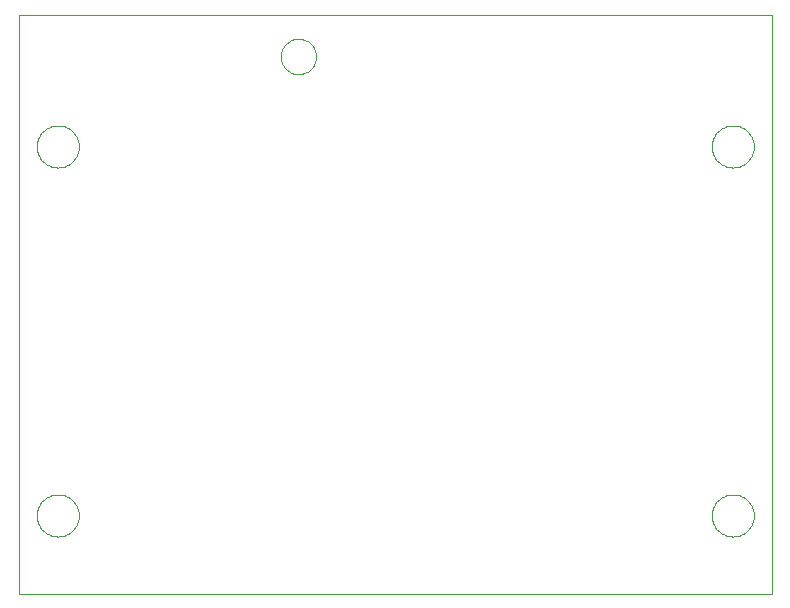
<source format=gbo>
G75*
%MOIN*%
%OFA0B0*%
%FSLAX24Y24*%
%IPPOS*%
%LPD*%
%AMOC8*
5,1,8,0,0,1.08239X$1,22.5*
%
%ADD10C,0.0000*%
%ADD11C,0.0010*%
D10*
X059060Y017893D02*
X059060Y037193D01*
X084160Y037193D01*
X084160Y017893D01*
X059060Y017893D01*
X059660Y020493D02*
X059662Y020545D01*
X059668Y020597D01*
X059678Y020649D01*
X059691Y020699D01*
X059708Y020749D01*
X059729Y020797D01*
X059754Y020843D01*
X059782Y020887D01*
X059813Y020929D01*
X059847Y020969D01*
X059884Y021006D01*
X059924Y021040D01*
X059966Y021071D01*
X060010Y021099D01*
X060056Y021124D01*
X060104Y021145D01*
X060154Y021162D01*
X060204Y021175D01*
X060256Y021185D01*
X060308Y021191D01*
X060360Y021193D01*
X060412Y021191D01*
X060464Y021185D01*
X060516Y021175D01*
X060566Y021162D01*
X060616Y021145D01*
X060664Y021124D01*
X060710Y021099D01*
X060754Y021071D01*
X060796Y021040D01*
X060836Y021006D01*
X060873Y020969D01*
X060907Y020929D01*
X060938Y020887D01*
X060966Y020843D01*
X060991Y020797D01*
X061012Y020749D01*
X061029Y020699D01*
X061042Y020649D01*
X061052Y020597D01*
X061058Y020545D01*
X061060Y020493D01*
X061058Y020441D01*
X061052Y020389D01*
X061042Y020337D01*
X061029Y020287D01*
X061012Y020237D01*
X060991Y020189D01*
X060966Y020143D01*
X060938Y020099D01*
X060907Y020057D01*
X060873Y020017D01*
X060836Y019980D01*
X060796Y019946D01*
X060754Y019915D01*
X060710Y019887D01*
X060664Y019862D01*
X060616Y019841D01*
X060566Y019824D01*
X060516Y019811D01*
X060464Y019801D01*
X060412Y019795D01*
X060360Y019793D01*
X060308Y019795D01*
X060256Y019801D01*
X060204Y019811D01*
X060154Y019824D01*
X060104Y019841D01*
X060056Y019862D01*
X060010Y019887D01*
X059966Y019915D01*
X059924Y019946D01*
X059884Y019980D01*
X059847Y020017D01*
X059813Y020057D01*
X059782Y020099D01*
X059754Y020143D01*
X059729Y020189D01*
X059708Y020237D01*
X059691Y020287D01*
X059678Y020337D01*
X059668Y020389D01*
X059662Y020441D01*
X059660Y020493D01*
X082160Y020493D02*
X082162Y020545D01*
X082168Y020597D01*
X082178Y020649D01*
X082191Y020699D01*
X082208Y020749D01*
X082229Y020797D01*
X082254Y020843D01*
X082282Y020887D01*
X082313Y020929D01*
X082347Y020969D01*
X082384Y021006D01*
X082424Y021040D01*
X082466Y021071D01*
X082510Y021099D01*
X082556Y021124D01*
X082604Y021145D01*
X082654Y021162D01*
X082704Y021175D01*
X082756Y021185D01*
X082808Y021191D01*
X082860Y021193D01*
X082912Y021191D01*
X082964Y021185D01*
X083016Y021175D01*
X083066Y021162D01*
X083116Y021145D01*
X083164Y021124D01*
X083210Y021099D01*
X083254Y021071D01*
X083296Y021040D01*
X083336Y021006D01*
X083373Y020969D01*
X083407Y020929D01*
X083438Y020887D01*
X083466Y020843D01*
X083491Y020797D01*
X083512Y020749D01*
X083529Y020699D01*
X083542Y020649D01*
X083552Y020597D01*
X083558Y020545D01*
X083560Y020493D01*
X083558Y020441D01*
X083552Y020389D01*
X083542Y020337D01*
X083529Y020287D01*
X083512Y020237D01*
X083491Y020189D01*
X083466Y020143D01*
X083438Y020099D01*
X083407Y020057D01*
X083373Y020017D01*
X083336Y019980D01*
X083296Y019946D01*
X083254Y019915D01*
X083210Y019887D01*
X083164Y019862D01*
X083116Y019841D01*
X083066Y019824D01*
X083016Y019811D01*
X082964Y019801D01*
X082912Y019795D01*
X082860Y019793D01*
X082808Y019795D01*
X082756Y019801D01*
X082704Y019811D01*
X082654Y019824D01*
X082604Y019841D01*
X082556Y019862D01*
X082510Y019887D01*
X082466Y019915D01*
X082424Y019946D01*
X082384Y019980D01*
X082347Y020017D01*
X082313Y020057D01*
X082282Y020099D01*
X082254Y020143D01*
X082229Y020189D01*
X082208Y020237D01*
X082191Y020287D01*
X082178Y020337D01*
X082168Y020389D01*
X082162Y020441D01*
X082160Y020493D01*
X082160Y032793D02*
X082162Y032845D01*
X082168Y032897D01*
X082178Y032949D01*
X082191Y032999D01*
X082208Y033049D01*
X082229Y033097D01*
X082254Y033143D01*
X082282Y033187D01*
X082313Y033229D01*
X082347Y033269D01*
X082384Y033306D01*
X082424Y033340D01*
X082466Y033371D01*
X082510Y033399D01*
X082556Y033424D01*
X082604Y033445D01*
X082654Y033462D01*
X082704Y033475D01*
X082756Y033485D01*
X082808Y033491D01*
X082860Y033493D01*
X082912Y033491D01*
X082964Y033485D01*
X083016Y033475D01*
X083066Y033462D01*
X083116Y033445D01*
X083164Y033424D01*
X083210Y033399D01*
X083254Y033371D01*
X083296Y033340D01*
X083336Y033306D01*
X083373Y033269D01*
X083407Y033229D01*
X083438Y033187D01*
X083466Y033143D01*
X083491Y033097D01*
X083512Y033049D01*
X083529Y032999D01*
X083542Y032949D01*
X083552Y032897D01*
X083558Y032845D01*
X083560Y032793D01*
X083558Y032741D01*
X083552Y032689D01*
X083542Y032637D01*
X083529Y032587D01*
X083512Y032537D01*
X083491Y032489D01*
X083466Y032443D01*
X083438Y032399D01*
X083407Y032357D01*
X083373Y032317D01*
X083336Y032280D01*
X083296Y032246D01*
X083254Y032215D01*
X083210Y032187D01*
X083164Y032162D01*
X083116Y032141D01*
X083066Y032124D01*
X083016Y032111D01*
X082964Y032101D01*
X082912Y032095D01*
X082860Y032093D01*
X082808Y032095D01*
X082756Y032101D01*
X082704Y032111D01*
X082654Y032124D01*
X082604Y032141D01*
X082556Y032162D01*
X082510Y032187D01*
X082466Y032215D01*
X082424Y032246D01*
X082384Y032280D01*
X082347Y032317D01*
X082313Y032357D01*
X082282Y032399D01*
X082254Y032443D01*
X082229Y032489D01*
X082208Y032537D01*
X082191Y032587D01*
X082178Y032637D01*
X082168Y032689D01*
X082162Y032741D01*
X082160Y032793D01*
X067790Y035793D02*
X067792Y035841D01*
X067798Y035889D01*
X067808Y035936D01*
X067821Y035982D01*
X067838Y036027D01*
X067859Y036070D01*
X067884Y036112D01*
X067911Y036151D01*
X067942Y036188D01*
X067976Y036223D01*
X068012Y036254D01*
X068051Y036283D01*
X068092Y036308D01*
X068135Y036330D01*
X068179Y036348D01*
X068225Y036362D01*
X068272Y036373D01*
X068320Y036380D01*
X068368Y036383D01*
X068416Y036382D01*
X068464Y036377D01*
X068511Y036368D01*
X068558Y036356D01*
X068603Y036339D01*
X068647Y036319D01*
X068689Y036296D01*
X068729Y036269D01*
X068766Y036239D01*
X068801Y036206D01*
X068834Y036170D01*
X068863Y036132D01*
X068889Y036091D01*
X068912Y036049D01*
X068931Y036005D01*
X068946Y035959D01*
X068958Y035913D01*
X068966Y035865D01*
X068970Y035817D01*
X068970Y035769D01*
X068966Y035721D01*
X068958Y035673D01*
X068946Y035627D01*
X068931Y035581D01*
X068912Y035537D01*
X068889Y035495D01*
X068863Y035454D01*
X068834Y035416D01*
X068801Y035380D01*
X068766Y035347D01*
X068729Y035317D01*
X068689Y035290D01*
X068647Y035267D01*
X068603Y035247D01*
X068558Y035230D01*
X068511Y035218D01*
X068464Y035209D01*
X068416Y035204D01*
X068368Y035203D01*
X068320Y035206D01*
X068272Y035213D01*
X068225Y035224D01*
X068179Y035238D01*
X068135Y035256D01*
X068092Y035278D01*
X068051Y035303D01*
X068012Y035332D01*
X067976Y035363D01*
X067942Y035398D01*
X067911Y035435D01*
X067884Y035474D01*
X067859Y035516D01*
X067838Y035559D01*
X067821Y035604D01*
X067808Y035650D01*
X067798Y035697D01*
X067792Y035745D01*
X067790Y035793D01*
X059660Y032793D02*
X059662Y032845D01*
X059668Y032897D01*
X059678Y032949D01*
X059691Y032999D01*
X059708Y033049D01*
X059729Y033097D01*
X059754Y033143D01*
X059782Y033187D01*
X059813Y033229D01*
X059847Y033269D01*
X059884Y033306D01*
X059924Y033340D01*
X059966Y033371D01*
X060010Y033399D01*
X060056Y033424D01*
X060104Y033445D01*
X060154Y033462D01*
X060204Y033475D01*
X060256Y033485D01*
X060308Y033491D01*
X060360Y033493D01*
X060412Y033491D01*
X060464Y033485D01*
X060516Y033475D01*
X060566Y033462D01*
X060616Y033445D01*
X060664Y033424D01*
X060710Y033399D01*
X060754Y033371D01*
X060796Y033340D01*
X060836Y033306D01*
X060873Y033269D01*
X060907Y033229D01*
X060938Y033187D01*
X060966Y033143D01*
X060991Y033097D01*
X061012Y033049D01*
X061029Y032999D01*
X061042Y032949D01*
X061052Y032897D01*
X061058Y032845D01*
X061060Y032793D01*
X061058Y032741D01*
X061052Y032689D01*
X061042Y032637D01*
X061029Y032587D01*
X061012Y032537D01*
X060991Y032489D01*
X060966Y032443D01*
X060938Y032399D01*
X060907Y032357D01*
X060873Y032317D01*
X060836Y032280D01*
X060796Y032246D01*
X060754Y032215D01*
X060710Y032187D01*
X060664Y032162D01*
X060616Y032141D01*
X060566Y032124D01*
X060516Y032111D01*
X060464Y032101D01*
X060412Y032095D01*
X060360Y032093D01*
X060308Y032095D01*
X060256Y032101D01*
X060204Y032111D01*
X060154Y032124D01*
X060104Y032141D01*
X060056Y032162D01*
X060010Y032187D01*
X059966Y032215D01*
X059924Y032246D01*
X059884Y032280D01*
X059847Y032317D01*
X059813Y032357D01*
X059782Y032399D01*
X059754Y032443D01*
X059729Y032489D01*
X059708Y032537D01*
X059691Y032587D01*
X059678Y032637D01*
X059668Y032689D01*
X059662Y032741D01*
X059660Y032793D01*
D11*
X059662Y032845D01*
X059668Y032897D01*
X059678Y032949D01*
X059691Y032999D01*
X059708Y033049D01*
X059729Y033097D01*
X059754Y033143D01*
X059782Y033187D01*
X059813Y033229D01*
X059847Y033269D01*
X059884Y033306D01*
X059924Y033340D01*
X059966Y033371D01*
X060010Y033399D01*
X060056Y033424D01*
X060104Y033445D01*
X060154Y033462D01*
X060204Y033475D01*
X060256Y033485D01*
X060308Y033491D01*
X060360Y033493D01*
X060412Y033491D01*
X060464Y033485D01*
X060516Y033475D01*
X060566Y033462D01*
X060616Y033445D01*
X060664Y033424D01*
X060710Y033399D01*
X060754Y033371D01*
X060796Y033340D01*
X060836Y033306D01*
X060873Y033269D01*
X060907Y033229D01*
X060938Y033187D01*
X060966Y033143D01*
X060991Y033097D01*
X061012Y033049D01*
X061029Y032999D01*
X061042Y032949D01*
X061052Y032897D01*
X061058Y032845D01*
X061060Y032793D01*
X061058Y032741D01*
X061052Y032689D01*
X061042Y032637D01*
X061029Y032587D01*
X061012Y032537D01*
X060991Y032489D01*
X060966Y032443D01*
X060938Y032399D01*
X060907Y032357D01*
X060873Y032317D01*
X060836Y032280D01*
X060796Y032246D01*
X060754Y032215D01*
X060710Y032187D01*
X060664Y032162D01*
X060616Y032141D01*
X060566Y032124D01*
X060516Y032111D01*
X060464Y032101D01*
X060412Y032095D01*
X060360Y032093D01*
X060308Y032095D01*
X060256Y032101D01*
X060204Y032111D01*
X060154Y032124D01*
X060104Y032141D01*
X060056Y032162D01*
X060010Y032187D01*
X059966Y032215D01*
X059924Y032246D01*
X059884Y032280D01*
X059847Y032317D01*
X059813Y032357D01*
X059782Y032399D01*
X059754Y032443D01*
X059729Y032489D01*
X059708Y032537D01*
X059691Y032587D01*
X059678Y032637D01*
X059668Y032689D01*
X059662Y032741D01*
X059660Y032793D01*
X082160Y032793D02*
X082162Y032845D01*
X082168Y032897D01*
X082178Y032949D01*
X082191Y032999D01*
X082208Y033049D01*
X082229Y033097D01*
X082254Y033143D01*
X082282Y033187D01*
X082313Y033229D01*
X082347Y033269D01*
X082384Y033306D01*
X082424Y033340D01*
X082466Y033371D01*
X082510Y033399D01*
X082556Y033424D01*
X082604Y033445D01*
X082654Y033462D01*
X082704Y033475D01*
X082756Y033485D01*
X082808Y033491D01*
X082860Y033493D01*
X082912Y033491D01*
X082964Y033485D01*
X083016Y033475D01*
X083066Y033462D01*
X083116Y033445D01*
X083164Y033424D01*
X083210Y033399D01*
X083254Y033371D01*
X083296Y033340D01*
X083336Y033306D01*
X083373Y033269D01*
X083407Y033229D01*
X083438Y033187D01*
X083466Y033143D01*
X083491Y033097D01*
X083512Y033049D01*
X083529Y032999D01*
X083542Y032949D01*
X083552Y032897D01*
X083558Y032845D01*
X083560Y032793D01*
X083558Y032741D01*
X083552Y032689D01*
X083542Y032637D01*
X083529Y032587D01*
X083512Y032537D01*
X083491Y032489D01*
X083466Y032443D01*
X083438Y032399D01*
X083407Y032357D01*
X083373Y032317D01*
X083336Y032280D01*
X083296Y032246D01*
X083254Y032215D01*
X083210Y032187D01*
X083164Y032162D01*
X083116Y032141D01*
X083066Y032124D01*
X083016Y032111D01*
X082964Y032101D01*
X082912Y032095D01*
X082860Y032093D01*
X082808Y032095D01*
X082756Y032101D01*
X082704Y032111D01*
X082654Y032124D01*
X082604Y032141D01*
X082556Y032162D01*
X082510Y032187D01*
X082466Y032215D01*
X082424Y032246D01*
X082384Y032280D01*
X082347Y032317D01*
X082313Y032357D01*
X082282Y032399D01*
X082254Y032443D01*
X082229Y032489D01*
X082208Y032537D01*
X082191Y032587D01*
X082178Y032637D01*
X082168Y032689D01*
X082162Y032741D01*
X082160Y032793D01*
X082160Y020493D02*
X082162Y020545D01*
X082168Y020597D01*
X082178Y020649D01*
X082191Y020699D01*
X082208Y020749D01*
X082229Y020797D01*
X082254Y020843D01*
X082282Y020887D01*
X082313Y020929D01*
X082347Y020969D01*
X082384Y021006D01*
X082424Y021040D01*
X082466Y021071D01*
X082510Y021099D01*
X082556Y021124D01*
X082604Y021145D01*
X082654Y021162D01*
X082704Y021175D01*
X082756Y021185D01*
X082808Y021191D01*
X082860Y021193D01*
X082912Y021191D01*
X082964Y021185D01*
X083016Y021175D01*
X083066Y021162D01*
X083116Y021145D01*
X083164Y021124D01*
X083210Y021099D01*
X083254Y021071D01*
X083296Y021040D01*
X083336Y021006D01*
X083373Y020969D01*
X083407Y020929D01*
X083438Y020887D01*
X083466Y020843D01*
X083491Y020797D01*
X083512Y020749D01*
X083529Y020699D01*
X083542Y020649D01*
X083552Y020597D01*
X083558Y020545D01*
X083560Y020493D01*
X083558Y020441D01*
X083552Y020389D01*
X083542Y020337D01*
X083529Y020287D01*
X083512Y020237D01*
X083491Y020189D01*
X083466Y020143D01*
X083438Y020099D01*
X083407Y020057D01*
X083373Y020017D01*
X083336Y019980D01*
X083296Y019946D01*
X083254Y019915D01*
X083210Y019887D01*
X083164Y019862D01*
X083116Y019841D01*
X083066Y019824D01*
X083016Y019811D01*
X082964Y019801D01*
X082912Y019795D01*
X082860Y019793D01*
X082808Y019795D01*
X082756Y019801D01*
X082704Y019811D01*
X082654Y019824D01*
X082604Y019841D01*
X082556Y019862D01*
X082510Y019887D01*
X082466Y019915D01*
X082424Y019946D01*
X082384Y019980D01*
X082347Y020017D01*
X082313Y020057D01*
X082282Y020099D01*
X082254Y020143D01*
X082229Y020189D01*
X082208Y020237D01*
X082191Y020287D01*
X082178Y020337D01*
X082168Y020389D01*
X082162Y020441D01*
X082160Y020493D01*
X059660Y020493D02*
X059662Y020545D01*
X059668Y020597D01*
X059678Y020649D01*
X059691Y020699D01*
X059708Y020749D01*
X059729Y020797D01*
X059754Y020843D01*
X059782Y020887D01*
X059813Y020929D01*
X059847Y020969D01*
X059884Y021006D01*
X059924Y021040D01*
X059966Y021071D01*
X060010Y021099D01*
X060056Y021124D01*
X060104Y021145D01*
X060154Y021162D01*
X060204Y021175D01*
X060256Y021185D01*
X060308Y021191D01*
X060360Y021193D01*
X060412Y021191D01*
X060464Y021185D01*
X060516Y021175D01*
X060566Y021162D01*
X060616Y021145D01*
X060664Y021124D01*
X060710Y021099D01*
X060754Y021071D01*
X060796Y021040D01*
X060836Y021006D01*
X060873Y020969D01*
X060907Y020929D01*
X060938Y020887D01*
X060966Y020843D01*
X060991Y020797D01*
X061012Y020749D01*
X061029Y020699D01*
X061042Y020649D01*
X061052Y020597D01*
X061058Y020545D01*
X061060Y020493D01*
X061058Y020441D01*
X061052Y020389D01*
X061042Y020337D01*
X061029Y020287D01*
X061012Y020237D01*
X060991Y020189D01*
X060966Y020143D01*
X060938Y020099D01*
X060907Y020057D01*
X060873Y020017D01*
X060836Y019980D01*
X060796Y019946D01*
X060754Y019915D01*
X060710Y019887D01*
X060664Y019862D01*
X060616Y019841D01*
X060566Y019824D01*
X060516Y019811D01*
X060464Y019801D01*
X060412Y019795D01*
X060360Y019793D01*
X060308Y019795D01*
X060256Y019801D01*
X060204Y019811D01*
X060154Y019824D01*
X060104Y019841D01*
X060056Y019862D01*
X060010Y019887D01*
X059966Y019915D01*
X059924Y019946D01*
X059884Y019980D01*
X059847Y020017D01*
X059813Y020057D01*
X059782Y020099D01*
X059754Y020143D01*
X059729Y020189D01*
X059708Y020237D01*
X059691Y020287D01*
X059678Y020337D01*
X059668Y020389D01*
X059662Y020441D01*
X059660Y020493D01*
M02*

</source>
